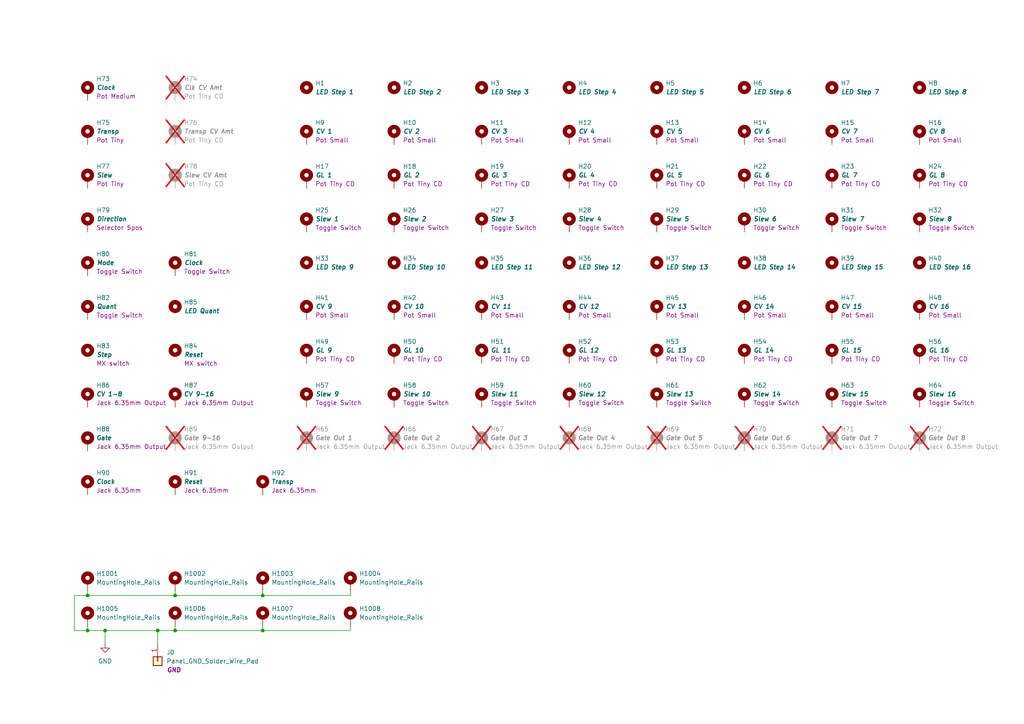
<source format=kicad_sch>
(kicad_sch (version 20250114) (generator "eeschema") (generator_version "9.0")
  (paper "A4")
  (title_block (title "Kosmo Format Front Panel - 30 cm") (company "DMH Instruments"))
  (lib_symbols
    (symbol "Mechanical:MountingHole" (pin_names (offset 1.016)) (in_bom no)
      (property "Reference" "H" (at 0 5.08 0))
      (property "Value" "MountingHole" (at 0 3.175 0))
      (symbol "MountingHole_0_1"
        (circle (center 0 0) (radius 1.27) (stroke (width 1.27)))
      )
    )
    (symbol "MountingHole_Pot_1" (pin_numbers (hide yes)) (pin_names (offset 1.016) (hide yes)) (exclude_from_sim yes)
      (property "Reference" "H" (at 0 6.35 0))
      (property "Value" "Function" (at 0 4.445 0))
      (property "Description" "Pot Mounting Hole" (at 0 0 0))
      (symbol "MountingHole_Pot_1_0_1"
        (circle (center 0 1.27) (radius 1.27) (stroke (width 1.27)))
      )
      (symbol "MountingHole_Pot_1_1_1"
        (pin input line (at 0 -2.54 90) (length 2.54) (name "1") (number "1"))
      )
    )
    (symbol "SynthStuff:MountingHole_Jack6.35mm_Output_v2" (pin_numbers (hide yes)) (pin_names (offset 1.016) (hide yes)) (exclude_from_sim yes) (in_bom no)
      (property "Reference" "H" (at 0 5.08 0))
      (property "Value" "SIGNAL NAME" (at 0 3.175 0))
      (property "Description" "Jack 6.35mm Output" (at 0.254 -3.302 0))
      (symbol "MountingHole_Jack6.35mm_Output_v2_0_1"
        (circle (center 0 0) (radius 1.27) (stroke (width 1.27)))
      )
      (symbol "MountingHole_Jack6.35mm_Output_v2_1_1"
        (pin input line (at -3.81 0 0) (length 2.54) (name "1") (number "1"))
      )
    )
    (symbol "SynthStuff:MountingHole_Jack6.35mm_v2" (pin_numbers (hide yes)) (pin_names (offset 1.016) (hide yes)) (exclude_from_sim yes) (in_bom no)
      (property "Reference" "H" (at 0 5.08 0))
      (property "Value" "SIGNAL NAME" (at 0 3.175 0))
      (property "Description" "Jack 6.35mm" (at 0 -3.048 0))
      (symbol "MountingHole_Jack6.35mm_v2_0_1"
        (circle (center 0 0) (radius 1.27) (stroke (width 1.27)))
      )
      (symbol "MountingHole_Jack6.35mm_v2_1_1"
        (pin input line (at -3.81 0 0) (length 2.54) (name "1") (number "1"))
      )
    )
    (symbol "SynthStuff:MountingHole_Pot" (pin_numbers (hide yes)) (pin_names (offset 1.016) (hide yes)) (exclude_from_sim yes)
      (property "Reference" "H" (at 0 6.35 0))
      (property "Value" "Function" (at 0 4.445 0))
      (property "Description" "Pot Mounting Hole" (at 0 0 0))
      (symbol "MountingHole_Pot_0_1"
        (circle (center 0 1.27) (radius 1.27) (stroke (width 1.27)))
      )
      (symbol "MountingHole_Pot_1_1"
        (pin input line (at 0 -2.54 90) (length 2.54) (name "1") (number "1"))
      )
    )
    (symbol "SynthStuff:MountingHole_Rails" (pin_numbers (hide yes)) (pin_names (offset 1.016) (hide yes)) (exclude_from_sim yes) (in_bom no)
      (property "Reference" "H" (at 0 6.35 0))
      (property "Value" "MountingHole_Rails" (at 0 4.445 0))
      (symbol "MountingHole_Rails_0_1"
        (circle (center 0 1.27) (radius 1.27) (stroke (width 1.27)))
      )
      (symbol "MountingHole_Rails_1_1"
        (pin input line (at 0 -2.54 90) (length 2.54) (name "1") (number "1"))
      )
    )
    (symbol "SynthStuff:MountingHole_ToggleSwitch" (pin_numbers (hide yes)) (pin_names (offset 1.016) (hide yes)) (exclude_from_sim yes) (in_bom no)
      (property "Reference" "H" (at 0 5.08 0))
      (property "Value" "Function" (at 0 3.175 0))
      (property "Description" "Toggle Switch Mounting Hole" (at 0 0 0))
      (symbol "MountingHole_ToggleSwitch_0_1"
        (circle (center 0 0) (radius 1.27) (stroke (width 1.27)))
      )
      (symbol "MountingHole_ToggleSwitch_1_1"
        (pin input line (at 0 -3.81 90) (length 2.54) (name "1") (number "1"))
      )
    )
    (symbol "SynthStuff:Panel_GND_Solder_Wire_Pad" (pin_names (offset 1.016) (hide yes)) (in_bom no)
      (property "Reference" "J" (at 0 2.54 0))
      (property "Value" "Panel_GND_Solder_Wire_Pad" (at 0 -5.08 0))
      (property "Function" "Panel GND" (at 0 -2.794 0))
      (symbol "Panel_GND_Solder_Wire_Pad_1_1"
        (rectangle (start -1.27 1.27) (end 1.27 -1.27) (stroke (width 0.254)) (fill (type background)))
        (rectangle (start -1.27 0.127) (end 0 -0.127) (stroke (width 0.1524)))
        (pin power_out line (at -5.08 0 0) (length 3.81) (name "Pin_1") (number "1"))
      )
    )
    (symbol "power:GND" (power) (pin_numbers (hide yes)) (pin_names (offset 0) (hide yes))
      (property "Value" "GND" (at 0 -3.81 0))
      (symbol "GND_0_1"
        (polyline (pts (xy 0 0) (xy 0 -1.27) (xy 1.27 -1.27) (xy 0 -2.54) (xy -1.27 -1.27) (xy 0 -1.27)))
      )
      (symbol "GND_1_1"
        (pin power_in line (at 0 0 270) (length 0) (name "~") (number "1"))
      )
    )
  )
  (junction (at 76.2 182.88))
  (junction (at 50.8 182.88))
  (junction (at 25.4 182.88))
  (junction (at 30.48 182.88))
  (junction (at 76.2 172.72))
  (junction (at 45.72 182.88))
  (junction (at 25.4 172.72))
  (junction (at 50.8 172.72))
  (wire (pts (xy 76.2 182.88) (xy 101.6 182.88)))
  (wire (pts (xy 50.8 181.61) (xy 50.8 182.88)))
  (wire (pts (xy 25.4 172.72) (xy 50.8 172.72)))
  (wire (pts (xy 25.4 182.88) (xy 25.4 181.61)))
  (wire (pts (xy 21.59 182.88) (xy 25.4 182.88)))
  (wire (pts (xy 45.72 182.88) (xy 45.72 186.69)))
  (wire (pts (xy 50.8 182.88) (xy 76.2 182.88)))
  (wire (pts (xy 21.59 172.72) (xy 25.4 172.72)))
  (wire (pts (xy 101.6 171.45) (xy 101.6 172.72)))
  (wire (pts (xy 30.48 182.88) (xy 30.48 186.69)))
  (wire (pts (xy 21.59 172.72) (xy 21.59 182.88)))
  (wire (pts (xy 50.8 171.45) (xy 50.8 172.72)))
  (wire (pts (xy 101.6 181.61) (xy 101.6 182.88)))
  (wire (pts (xy 76.2 172.72) (xy 101.6 172.72)))
  (wire (pts (xy 25.4 172.72) (xy 25.4 171.45)))
  (wire (pts (xy 50.8 172.72) (xy 76.2 172.72)))
  (wire (pts (xy 45.72 182.88) (xy 50.8 182.88)))
  (wire (pts (xy 76.2 172.72) (xy 76.2 171.45)))
  (wire (pts (xy 76.2 182.88) (xy 76.2 181.61)))
  (wire (pts (xy 25.4 182.88) (xy 30.48 182.88)))
  (wire (pts (xy 30.48 182.88) (xy 45.72 182.88)))
  (symbol (lib_id "SynthStuff:MountingHole_Pot") (at 25.4 52.07 0) (unit 1) (exclude_from_sim yes)
    (property "Reference" "H77" (at 27.94 48.2599 0) (effects (justify left)))
    (property "Value" "Slew" (at 27.94 50.8 0) (effects (font (thickness 0.254) (bold yes) (italic yes)) (justify left)))
    (property "Footprint" "SynthStuff:Pot_Cutout_Tiny" (effects (hide yes)))
    (property "Description" "Pot Tiny" (at 27.94 53.3399 0) (effects (justify left)))
  )
  (symbol (lib_id "SynthStuff:MountingHole_Pot") (at 266.7 52.07 0) (unit 1) (exclude_from_sim yes)
    (property "Reference" "H24" (at 269.24 48.2599 0) (effects (justify left)))
    (property "Value" "GL 8" (at 269.24 50.8 0) (effects (font (thickness 0.254) (bold yes) (italic yes)) (justify left)))
    (property "Footprint" "SynthStuff:Pot_Cutout_Tiny_gate_P110KH1" (effects (hide yes)))
    (property "Description" "Pot Tiny CD" (at 269.24 53.3399 0) (effects (justify left)))
  )
  (symbol (lib_id "Mechanical:MountingHole") (at 139.7 25.4 0) (unit 1) (in_bom no)
    (property "Reference" "H3" (at 142.24 24.1299 0) (effects (justify left)))
    (property "Value" "LED Step 3" (at 142.24 26.67 0) (effects (font (thickness 0.254) (bold yes) (italic yes)) (justify left)))
    (property "Footprint" "SynthStuff:MountingHole_LED_3mm_R" (effects (hide yes)))
    (property "Description" "Mounting Hole without connection" (effects (hide yes)))
  )
  (symbol (lib_id "SynthStuff:MountingHole_Pot") (at 114.3 39.37 0) (unit 1) (exclude_from_sim yes)
    (property "Reference" "H10" (at 116.84 35.5599 0) (effects (justify left)))
    (property "Value" "CV 2" (at 116.84 38.1 0) (effects (font (thickness 0.254) (bold yes) (italic yes)) (justify left)))
    (property "Footprint" "SynthStuff:Pot_Cutout_Small" (effects (hide yes)))
    (property "Description" "Pot Small" (at 116.84 40.6399 0) (effects (justify left)))
  )
  (symbol (lib_id "Mechanical:MountingHole") (at 50.8 101.6 0) (unit 1) (in_bom no)
    (property "Reference" "H84" (at 53.34 100.3299 0) (effects (justify left)))
    (property "Value" "Reset" (at 53.34 102.8699 0) (effects (font (thickness 0.254) (bold yes) (italic yes)) (justify left)))
    (property "Footprint" "SynthStuff:MX_switch_Cutout" (effects (hide yes)))
    (property "Description" "MX switch" (at 53.34 105.41 0) (effects (justify left)))
  )
  (symbol (lib_id "Mechanical:MountingHole") (at 190.5 76.2 0) (unit 1) (in_bom no)
    (property "Reference" "H37" (at 193.04 74.9299 0) (effects (justify left)))
    (property "Value" "LED Step 13" (at 193.04 77.47 0) (effects (font (thickness 0.254) (bold yes) (italic yes)) (justify left)))
    (property "Footprint" "SynthStuff:MountingHole_LED_3mm_R" (effects (hide yes)))
    (property "Description" "Mounting Hole without connection" (effects (hide yes)))
  )
  (symbol (lib_id "Mechanical:MountingHole") (at 114.3 76.2 0) (unit 1) (in_bom no)
    (property "Reference" "H34" (at 116.84 74.9299 0) (effects (justify left)))
    (property "Value" "LED Step 10" (at 116.84 77.47 0) (effects (font (thickness 0.254) (bold yes) (italic yes)) (justify left)))
    (property "Footprint" "SynthStuff:MountingHole_LED_3mm_R" (effects (hide yes)))
    (property "Description" "Mounting Hole without connection" (effects (hide yes)))
  )
  (symbol (lib_id "SynthStuff:MountingHole_Pot") (at 50.8 26.67 0) (unit 1) (exclude_from_sim yes) (in_bom no) (on_board no) (dnp yes)
    (property "Reference" "H74" (at 53.34 22.8599 0) (effects (justify left)))
    (property "Value" "Clk CV Amt" (at 53.34 25.4 0) (effects (font (thickness 0.254) (bold yes) (italic yes)) (justify left)))
    (property "Footprint" "SynthStuff:Pot_Cutout_Tiny_attv_P110KH1" (effects (hide yes)))
    (property "Description" "Pot Tiny CD" (at 53.34 27.9399 0) (effects (justify left)))
  )
  (symbol (lib_id "SynthStuff:MountingHole_Rails") (at 50.8 168.91 0) (unit 1) (in_bom no)
    (property "Reference" "H1002" (at 53.34 166.3699 0) (effects (justify left)))
    (property "Value" "MountingHole_Rails" (at 53.34 168.9099 0) (effects (justify left)))
    (property "Footprint" "SynthStuff:MountingHole_Rails" (effects (hide yes)))
    (property "Description" "Mounting Hole with connection" (effects (hide yes)))
  )
  (symbol (lib_id "SynthStuff:MountingHole_ToggleSwitch") (at 139.7 63.5 0) (unit 1) (exclude_from_sim yes) (in_bom no)
    (property "Reference" "H27" (at 142.24 60.9599 0) (effects (justify left)))
    (property "Value" "Slew 3" (at 142.24 63.5 0) (effects (font (thickness 0.254) (bold yes) (italic yes)) (justify left)))
    (property "Footprint" "SynthStuff:Toggle_Switch_TE_Cutout" (effects (hide yes)))
    (property "Description" "Toggle Switch" (at 142.24 66.0399 0) (effects (justify left)))
  )
  (symbol (lib_id "SynthStuff:MountingHole_Pot") (at 25.4 39.37 0) (unit 1) (exclude_from_sim yes)
    (property "Reference" "H75" (at 27.94 35.5599 0) (effects (justify left)))
    (property "Value" "Transp" (at 27.94 38.1 0) (effects (font (thickness 0.254) (bold yes) (italic yes)) (justify left)))
    (property "Footprint" "SynthStuff:Pot_Cutout_Tiny" (effects (hide yes)))
    (property "Description" "Pot Tiny" (at 27.94 40.6399 0) (effects (justify left)))
  )
  (symbol (lib_id "SynthStuff:MountingHole_Pot") (at 88.9 90.17 0) (unit 1) (exclude_from_sim yes)
    (property "Reference" "H41" (at 91.44 86.3599 0) (effects (justify left)))
    (property "Value" "CV 9" (at 91.44 88.9 0) (effects (font (thickness 0.254) (bold yes) (italic yes)) (justify left)))
    (property "Footprint" "SynthStuff:Pot_Cutout_Small" (effects (hide yes)))
    (property "Description" "Pot Small" (at 91.44 91.4399 0) (effects (justify left)))
  )
  (symbol (lib_id "SynthStuff:MountingHole_ToggleSwitch") (at 190.5 114.3 0) (unit 1) (exclude_from_sim yes) (in_bom no)
    (property "Reference" "H61" (at 193.04 111.7599 0) (effects (justify left)))
    (property "Value" "Slew 13" (at 193.04 114.3 0) (effects (font (thickness 0.254) (bold yes) (italic yes)) (justify left)))
    (property "Footprint" "SynthStuff:Toggle_Switch_TE_Cutout" (effects (hide yes)))
    (property "Description" "Toggle Switch" (at 193.04 116.8399 0) (effects (justify left)))
  )
  (symbol (lib_name "MountingHole_Pot_1") (lib_id "SynthStuff:MountingHole_Pot") (at 25.4 64.77 0) (unit 1) (exclude_from_sim yes)
    (property "Reference" "H79" (at 27.94 60.9599 0) (effects (justify left)))
    (property "Value" "Direction" (at 27.94 63.5 0) (effects (font (thickness 0.254) (bold yes) (italic yes)) (justify left)))
    (property "Footprint" "SynthStuff:Selector_Cutout_5pos" (effects (hide yes)))
    (property "Description" "Selector 5pos" (at 27.94 66.0399 0) (effects (justify left)))
  )
  (symbol (lib_id "Mechanical:MountingHole") (at 165.1 25.4 0) (unit 1) (in_bom no)
    (property "Reference" "H4" (at 167.64 24.1299 0) (effects (justify left)))
    (property "Value" "LED Step 4" (at 167.64 26.67 0) (effects (font (thickness 0.254) (bold yes) (italic yes)) (justify left)))
    (property "Footprint" "SynthStuff:MountingHole_LED_3mm_R" (effects (hide yes)))
    (property "Description" "Mounting Hole without connection" (effects (hide yes)))
  )
  (symbol (lib_id "SynthStuff:MountingHole_Pot") (at 241.3 90.17 0) (unit 1) (exclude_from_sim yes)
    (property "Reference" "H47" (at 243.84 86.3599 0) (effects (justify left)))
    (property "Value" "CV 15" (at 243.84 88.9 0) (effects (font (thickness 0.254) (bold yes) (italic yes)) (justify left)))
    (property "Footprint" "SynthStuff:Pot_Cutout_Small" (effects (hide yes)))
    (property "Description" "Pot Small" (at 243.84 91.4399 0) (effects (justify left)))
  )
  (symbol (lib_id "SynthStuff:MountingHole_ToggleSwitch") (at 215.9 114.3 0) (unit 1) (exclude_from_sim yes) (in_bom no)
    (property "Reference" "H62" (at 218.44 111.7599 0) (effects (justify left)))
    (property "Value" "Slew 14" (at 218.44 114.3 0) (effects (font (thickness 0.254) (bold yes) (italic yes)) (justify left)))
    (property "Footprint" "SynthStuff:Toggle_Switch_TE_Cutout" (effects (hide yes)))
    (property "Description" "Toggle Switch" (at 218.44 116.8399 0) (effects (justify left)))
  )
  (symbol (lib_id "Mechanical:MountingHole") (at 139.7 76.2 0) (unit 1) (in_bom no)
    (property "Reference" "H35" (at 142.24 74.9299 0) (effects (justify left)))
    (property "Value" "LED Step 11" (at 142.24 77.47 0) (effects (font (thickness 0.254) (bold yes) (italic yes)) (justify left)))
    (property "Footprint" "SynthStuff:MountingHole_LED_3mm_R" (effects (hide yes)))
    (property "Description" "Mounting Hole without connection" (effects (hide yes)))
  )
  (symbol (lib_id "SynthStuff:MountingHole_Pot") (at 215.9 102.87 0) (unit 1) (exclude_from_sim yes)
    (property "Reference" "H54" (at 218.44 99.0599 0) (effects (justify left)))
    (property "Value" "GL 14" (at 218.44 101.6 0) (effects (font (thickness 0.254) (bold yes) (italic yes)) (justify left)))
    (property "Footprint" "SynthStuff:Pot_Cutout_Tiny_gate_P110KH1" (effects (hide yes)))
    (property "Description" "Pot Tiny CD" (at 218.44 104.1399 0) (effects (justify left)))
  )
  (symbol (lib_id "SynthStuff:MountingHole_Jack6.35mm_Output_v2") (at 25.4 127 90) (unit 1) (exclude_from_sim yes) (in_bom no)
    (property "Reference" "H88" (at 27.94 124.4599 90) (effects (justify right)))
    (property "Value" "Gate" (at 27.94 127 90) (effects (font (thickness 0.254) (bold yes) (italic yes)) (justify right)))
    (property "Footprint" "SynthStuff:Jack_6.35mm_Cutout_Output_v6" (effects (hide yes)))
    (property "Description" "Jack 6.35mm Output" (at 27.94 129.5399 90) (effects (justify right)))
  )
  (symbol (lib_id "Mechanical:MountingHole") (at 241.3 76.2 0) (unit 1) (in_bom no)
    (property "Reference" "H39" (at 243.84 74.9299 0) (effects (justify left)))
    (property "Value" "LED Step 15" (at 243.84 77.47 0) (effects (font (thickness 0.254) (bold yes) (italic yes)) (justify left)))
    (property "Footprint" "SynthStuff:MountingHole_LED_3mm_R" (effects (hide yes)))
    (property "Description" "Mounting Hole without connection" (effects (hide yes)))
  )
  (symbol (lib_id "SynthStuff:MountingHole_Jack6.35mm_Output_v2") (at 215.9 127 90) (unit 1) (exclude_from_sim yes) (in_bom no) (on_board no) (dnp yes)
    (property "Reference" "H70" (at 218.44 124.4599 90) (effects (justify right)))
    (property "Value" "Gate Out 6" (at 218.44 127 90) (effects (font (thickness 0.254) (bold yes) (italic yes)) (justify right)))
    (property "Footprint" "SynthStuff:Jack_6.35mm_Cutout_Output_v6" (effects (hide yes)))
    (property "Description" "Jack 6.35mm Output" (at 218.44 129.5399 90) (effects (justify right)))
  )
  (symbol (lib_id "Mechanical:MountingHole") (at 266.7 76.2 0) (unit 1) (in_bom no)
    (property "Reference" "H40" (at 269.24 74.9299 0) (effects (justify left)))
    (property "Value" "LED Step 16" (at 269.24 77.47 0) (effects (font (thickness 0.254) (bold yes) (italic yes)) (justify left)))
    (property "Footprint" "SynthStuff:MountingHole_LED_3mm_R" (effects (hide yes)))
    (property "Description" "Mounting Hole without connection" (effects (hide yes)))
  )
  (symbol (lib_id "SynthStuff:MountingHole_Jack6.35mm_v2") (at 50.8 139.7 90) (unit 1) (exclude_from_sim yes) (in_bom no)
    (property "Reference" "H91" (at 53.34 137.1599 90) (effects (justify right)))
    (property "Value" "Reset" (at 53.34 139.7 90) (effects (font (thickness 0.254) (bold yes) (italic yes)) (justify right)))
    (property "Footprint" "SynthStuff:Jack_6.35mm_Cutout_v3" (effects (hide yes)))
    (property "Description" "Jack 6.35mm" (at 53.34 142.2399 90) (effects (justify right)))
  )
  (symbol (lib_id "SynthStuff:MountingHole_Pot") (at 241.3 52.07 0) (unit 1) (exclude_from_sim yes)
    (property "Reference" "H23" (at 243.84 48.2599 0) (effects (justify left)))
    (property "Value" "GL 7" (at 243.84 50.8 0) (effects (font (thickness 0.254) (bold yes) (italic yes)) (justify left)))
    (property "Footprint" "SynthStuff:Pot_Cutout_Tiny_gate_P110KH1" (effects (hide yes)))
    (property "Description" "Pot Tiny CD" (at 243.84 53.3399 0) (effects (justify left)))
  )
  (symbol (lib_id "SynthStuff:MountingHole_Pot") (at 190.5 52.07 0) (unit 1) (exclude_from_sim yes)
    (property "Reference" "H21" (at 193.04 48.2599 0) (effects (justify left)))
    (property "Value" "GL 5" (at 193.04 50.8 0) (effects (font (thickness 0.254) (bold yes) (italic yes)) (justify left)))
    (property "Footprint" "SynthStuff:Pot_Cutout_Tiny_gate_P110KH1" (effects (hide yes)))
    (property "Description" "Pot Tiny CD" (at 193.04 53.3399 0) (effects (justify left)))
  )
  (symbol (lib_id "SynthStuff:MountingHole_Pot") (at 215.9 39.37 0) (unit 1) (exclude_from_sim yes)
    (property "Reference" "H14" (at 218.44 35.5599 0) (effects (justify left)))
    (property "Value" "CV 6" (at 218.44 38.1 0) (effects (font (thickness 0.254) (bold yes) (italic yes)) (justify left)))
    (property "Footprint" "SynthStuff:Pot_Cutout_Small" (effects (hide yes)))
    (property "Description" "Pot Small" (at 218.44 40.6399 0) (effects (justify left)))
  )
  (symbol (lib_id "SynthStuff:MountingHole_ToggleSwitch") (at 50.8 76.2 0) (unit 1) (exclude_from_sim yes) (in_bom no)
    (property "Reference" "H81" (at 53.34 73.6599 0) (effects (justify left)))
    (property "Value" "Clock" (at 53.34 76.2 0) (effects (font (thickness 0.254) (bold yes) (italic yes)) (justify left)))
    (property "Footprint" "SynthStuff:Toggle_Switch_TE_Cutout" (effects (hide yes)))
    (property "Description" "Toggle Switch" (at 53.34 78.7399 0) (effects (justify left)))
  )
  (symbol (lib_id "SynthStuff:MountingHole_Pot") (at 114.3 90.17 0) (unit 1) (exclude_from_sim yes)
    (property "Reference" "H42" (at 116.84 86.3599 0) (effects (justify left)))
    (property "Value" "CV 10" (at 116.84 88.9 0) (effects (font (thickness 0.254) (bold yes) (italic yes)) (justify left)))
    (property "Footprint" "SynthStuff:Pot_Cutout_Small" (effects (hide yes)))
    (property "Description" "Pot Small" (at 116.84 91.4399 0) (effects (justify left)))
  )
  (symbol (lib_id "SynthStuff:MountingHole_Pot") (at 165.1 90.17 0) (unit 1) (exclude_from_sim yes)
    (property "Reference" "H44" (at 167.64 86.3599 0) (effects (justify left)))
    (property "Value" "CV 12" (at 167.64 88.9 0) (effects (font (thickness 0.254) (bold yes) (italic yes)) (justify left)))
    (property "Footprint" "SynthStuff:Pot_Cutout_Small" (effects (hide yes)))
    (property "Description" "Pot Small" (at 167.64 91.4399 0) (effects (justify left)))
  )
  (symbol (lib_id "SynthStuff:MountingHole_ToggleSwitch") (at 266.7 114.3 0) (unit 1) (exclude_from_sim yes) (in_bom no)
    (property "Reference" "H64" (at 269.24 111.7599 0) (effects (justify left)))
    (property "Value" "Slew 16" (at 269.24 114.3 0) (effects (font (thickness 0.254) (bold yes) (italic yes)) (justify left)))
    (property "Footprint" "SynthStuff:Toggle_Switch_TE_Cutout" (effects (hide yes)))
    (property "Description" "Toggle Switch" (at 269.24 116.8399 0) (effects (justify left)))
  )
  (symbol (lib_id "SynthStuff:MountingHole_Pot") (at 190.5 90.17 0) (unit 1) (exclude_from_sim yes)
    (property "Reference" "H45" (at 193.04 86.3599 0) (effects (justify left)))
    (property "Value" "CV 13" (at 193.04 88.9 0) (effects (font (thickness 0.254) (bold yes) (italic yes)) (justify left)))
    (property "Footprint" "SynthStuff:Pot_Cutout_Small" (effects (hide yes)))
    (property "Description" "Pot Small" (at 193.04 91.4399 0) (effects (justify left)))
  )
  (symbol (lib_id "SynthStuff:MountingHole_Rails") (at 76.2 179.07 0) (unit 1) (in_bom no)
    (property "Reference" "H1007" (at 78.74 176.5299 0) (effects (justify left)))
    (property "Value" "MountingHole_Rails" (at 78.74 179.0699 0) (effects (justify left)))
    (property "Footprint" "SynthStuff:MountingHole_Rails" (effects (hide yes)))
    (property "Description" "Mounting Hole with connection" (effects (hide yes)))
  )
  (symbol (lib_id "SynthStuff:MountingHole_Pot") (at 241.3 39.37 0) (unit 1) (exclude_from_sim yes)
    (property "Reference" "H15" (at 243.84 35.5599 0) (effects (justify left)))
    (property "Value" "CV 7" (at 243.84 38.1 0) (effects (font (thickness 0.254) (bold yes) (italic yes)) (justify left)))
    (property "Footprint" "SynthStuff:Pot_Cutout_Small" (effects (hide yes)))
    (property "Description" "Pot Small" (at 243.84 40.6399 0) (effects (justify left)))
  )
  (symbol (lib_id "SynthStuff:MountingHole_Jack6.35mm_Output_v2") (at 50.8 127 90) (unit 1) (exclude_from_sim yes) (in_bom no) (on_board no) (dnp yes)
    (property "Reference" "H89" (at 53.34 124.4599 90) (effects (justify right)))
    (property "Value" "Gate 9-16" (at 53.34 127 90) (effects (font (thickness 0.254) (bold yes) (italic yes)) (justify right)))
    (property "Footprint" "SynthStuff:Jack_6.35mm_Cutout_Output_v6" (effects (hide yes)))
    (property "Description" "Jack 6.35mm Output" (at 53.34 129.5399 90) (effects (justify right)))
  )
  (symbol (lib_id "SynthStuff:MountingHole_Rails") (at 101.6 179.07 0) (unit 1) (in_bom no)
    (property "Reference" "H1008" (at 104.14 176.5299 0) (effects (justify left)))
    (property "Value" "MountingHole_Rails" (at 104.14 179.0699 0) (effects (justify left)))
    (property "Footprint" "SynthStuff:MountingHole_Rails" (effects (hide yes)))
    (property "Description" "Mounting Hole with connection" (effects (hide yes)))
  )
  (symbol (lib_id "SynthStuff:MountingHole_Pot") (at 25.4 26.67 0) (unit 1) (exclude_from_sim yes)
    (property "Reference" "H73" (at 27.94 22.8599 0) (effects (justify left)))
    (property "Value" "Clock" (at 27.94 25.4 0) (effects (font (thickness 0.254) (bold yes) (italic yes)) (justify left)))
    (property "Footprint" "SynthStuff:Pot_Cutout_Medium_v2" (effects (hide yes)))
    (property "Description" "Pot Medium" (at 27.94 27.9399 0) (effects (justify left)))
  )
  (symbol (lib_id "power:GND") (at 30.48 186.69 0) (unit 1)
    (property "Reference" "#PWR01" (effects (hide yes)))
    (property "Value" "GND" (at 30.48 191.77 0))
    (property "Description" "Power symbol creates a global label with name \"GND\" , ground" (effects (hide yes)))
  )
  (symbol (lib_id "SynthStuff:MountingHole_Jack6.35mm_Output_v2") (at 266.7 127 90) (unit 1) (exclude_from_sim yes) (in_bom no) (on_board no) (dnp yes)
    (property "Reference" "H72" (at 269.24 124.4599 90) (effects (justify right)))
    (property "Value" "Gate Out 8" (at 269.24 127 90) (effects (font (thickness 0.254) (bold yes) (italic yes)) (justify right)))
    (property "Footprint" "SynthStuff:Jack_6.35mm_Cutout_Output_v6" (effects (hide yes)))
    (property "Description" "Jack 6.35mm Output" (at 269.24 129.5399 90) (effects (justify right)))
  )
  (symbol (lib_id "SynthStuff:MountingHole_Pot") (at 139.7 39.37 0) (unit 1) (exclude_from_sim yes)
    (property "Reference" "H11" (at 142.24 35.5599 0) (effects (justify left)))
    (property "Value" "CV 3" (at 142.24 38.1 0) (effects (font (thickness 0.254) (bold yes) (italic yes)) (justify left)))
    (property "Footprint" "SynthStuff:Pot_Cutout_Small" (effects (hide yes)))
    (property "Description" "Pot Small" (at 142.24 40.6399 0) (effects (justify left)))
  )
  (symbol (lib_id "SynthStuff:MountingHole_ToggleSwitch") (at 215.9 63.5 0) (unit 1) (exclude_from_sim yes) (in_bom no)
    (property "Reference" "H30" (at 218.44 60.9599 0) (effects (justify left)))
    (property "Value" "Slew 6" (at 218.44 63.5 0) (effects (font (thickness 0.254) (bold yes) (italic yes)) (justify left)))
    (property "Footprint" "SynthStuff:Toggle_Switch_TE_Cutout" (effects (hide yes)))
    (property "Description" "Toggle Switch" (at 218.44 66.0399 0) (effects (justify left)))
  )
  (symbol (lib_id "SynthStuff:MountingHole_Pot") (at 266.7 39.37 0) (unit 1) (exclude_from_sim yes)
    (property "Reference" "H16" (at 269.24 35.5599 0) (effects (justify left)))
    (property "Value" "CV 8" (at 269.24 38.1 0) (effects (font (thickness 0.254) (bold yes) (italic yes)) (justify left)))
    (property "Footprint" "SynthStuff:Pot_Cutout_Small" (effects (hide yes)))
    (property "Description" "Pot Small" (at 269.24 40.6399 0) (effects (justify left)))
  )
  (symbol (lib_id "SynthStuff:MountingHole_ToggleSwitch") (at 88.9 63.5 0) (unit 1) (exclude_from_sim yes) (in_bom no)
    (property "Reference" "H25" (at 91.44 60.9599 0) (effects (justify left)))
    (property "Value" "Slew 1" (at 91.44 63.5 0) (effects (font (thickness 0.254) (bold yes) (italic yes)) (justify left)))
    (property "Footprint" "SynthStuff:Toggle_Switch_TE_Cutout" (effects (hide yes)))
    (property "Description" "Toggle Switch" (at 91.44 66.0399 0) (effects (justify left)))
  )
  (symbol (lib_id "SynthStuff:MountingHole_ToggleSwitch") (at 25.4 88.9 0) (unit 1) (exclude_from_sim yes) (in_bom no)
    (property "Reference" "H82" (at 27.94 86.3599 0) (effects (justify left)))
    (property "Value" "Quant" (at 27.94 88.9 0) (effects (font (thickness 0.254) (bold yes) (italic yes)) (justify left)))
    (property "Footprint" "SynthStuff:Toggle_Switch_TE_Cutout" (effects (hide yes)))
    (property "Description" "Toggle Switch" (at 27.94 91.4399 0) (effects (justify left)))
  )
  (symbol (lib_id "SynthStuff:MountingHole_Jack6.35mm_Output_v2") (at 241.3 127 90) (unit 1) (exclude_from_sim yes) (in_bom no) (on_board no) (dnp yes)
    (property "Reference" "H71" (at 243.84 124.4599 90) (effects (justify right)))
    (property "Value" "Gate Out 7" (at 243.84 127 90) (effects (font (thickness 0.254) (bold yes) (italic yes)) (justify right)))
    (property "Footprint" "SynthStuff:Jack_6.35mm_Cutout_Output_v6" (effects (hide yes)))
    (property "Description" "Jack 6.35mm Output" (at 243.84 129.5399 90) (effects (justify right)))
  )
  (symbol (lib_id "SynthStuff:MountingHole_ToggleSwitch") (at 241.3 63.5 0) (unit 1) (exclude_from_sim yes) (in_bom no)
    (property "Reference" "H31" (at 243.84 60.9599 0) (effects (justify left)))
    (property "Value" "Slew 7" (at 243.84 63.5 0) (effects (font (thickness 0.254) (bold yes) (italic yes)) (justify left)))
    (property "Footprint" "SynthStuff:Toggle_Switch_TE_Cutout" (effects (hide yes)))
    (property "Description" "Toggle Switch" (at 243.84 66.0399 0) (effects (justify left)))
  )
  (symbol (lib_id "SynthStuff:MountingHole_Pot") (at 190.5 39.37 0) (unit 1) (exclude_from_sim yes)
    (property "Reference" "H13" (at 193.04 35.5599 0) (effects (justify left)))
    (property "Value" "CV 5" (at 193.04 38.1 0) (effects (font (thickness 0.254) (bold yes) (italic yes)) (justify left)))
    (property "Footprint" "SynthStuff:Pot_Cutout_Small" (effects (hide yes)))
    (property "Description" "Pot Small" (at 193.04 40.6399 0) (effects (justify left)))
  )
  (symbol (lib_id "SynthStuff:MountingHole_Pot") (at 50.8 52.07 0) (unit 1) (exclude_from_sim yes) (in_bom no) (on_board no) (dnp yes)
    (property "Reference" "H78" (at 53.34 48.2599 0) (effects (justify left)))
    (property "Value" "Slew CV Amt" (at 53.34 50.8 0) (effects (font (thickness 0.254) (bold yes) (italic yes)) (justify left)))
    (property "Footprint" "SynthStuff:Pot_Cutout_Tiny_attv_P110KH1" (effects (hide yes)))
    (property "Description" "Pot Tiny CD" (at 53.34 53.3399 0) (effects (justify left)))
  )
  (symbol (lib_id "SynthStuff:MountingHole_ToggleSwitch") (at 114.3 114.3 0) (unit 1) (exclude_from_sim yes) (in_bom no)
    (property "Reference" "H58" (at 116.84 111.7599 0) (effects (justify left)))
    (property "Value" "Slew 10" (at 116.84 114.3 0) (effects (font (thickness 0.254) (bold yes) (italic yes)) (justify left)))
    (property "Footprint" "SynthStuff:Toggle_Switch_TE_Cutout" (effects (hide yes)))
    (property "Description" "Toggle Switch" (at 116.84 116.8399 0) (effects (justify left)))
  )
  (symbol (lib_id "SynthStuff:MountingHole_Jack6.35mm_Output_v2") (at 190.5 127 90) (unit 1) (exclude_from_sim yes) (in_bom no) (on_board no) (dnp yes)
    (property "Reference" "H69" (at 193.04 124.4599 90) (effects (justify right)))
    (property "Value" "Gate Out 5" (at 193.04 127 90) (effects (font (thickness 0.254) (bold yes) (italic yes)) (justify right)))
    (property "Footprint" "SynthStuff:Jack_6.35mm_Cutout_Output_v6" (effects (hide yes)))
    (property "Description" "Jack 6.35mm Output" (at 193.04 129.5399 90) (effects (justify right)))
  )
  (symbol (lib_id "SynthStuff:MountingHole_Pot") (at 50.8 39.37 0) (unit 1) (exclude_from_sim yes) (in_bom no) (on_board no) (dnp yes)
    (property "Reference" "H76" (at 53.34 35.5599 0) (effects (justify left)))
    (property "Value" "Transp CV Amt" (at 53.34 38.1 0) (effects (font (thickness 0.254) (bold yes) (italic yes)) (justify left)))
    (property "Footprint" "SynthStuff:Pot_Cutout_Tiny_attv_P110KH1" (effects (hide yes)))
    (property "Description" "Pot Tiny CD" (at 53.34 40.6399 0) (effects (justify left)))
  )
  (symbol (lib_id "SynthStuff:MountingHole_Jack6.35mm_Output_v2") (at 165.1 127 90) (unit 1) (exclude_from_sim yes) (in_bom no) (on_board no) (dnp yes)
    (property "Reference" "H68" (at 167.64 124.4599 90) (effects (justify right)))
    (property "Value" "Gate Out 4" (at 167.64 127 90) (effects (font (thickness 0.254) (bold yes) (italic yes)) (justify right)))
    (property "Footprint" "SynthStuff:Jack_6.35mm_Cutout_Output_v6" (effects (hide yes)))
    (property "Description" "Jack 6.35mm Output" (at 167.64 129.5399 90) (effects (justify right)))
  )
  (symbol (lib_id "Mechanical:MountingHole") (at 165.1 76.2 0) (unit 1) (in_bom no)
    (property "Reference" "H36" (at 167.64 74.9299 0) (effects (justify left)))
    (property "Value" "LED Step 12" (at 167.64 77.47 0) (effects (font (thickness 0.254) (bold yes) (italic yes)) (justify left)))
    (property "Footprint" "SynthStuff:MountingHole_LED_3mm_R" (effects (hide yes)))
    (property "Description" "Mounting Hole without connection" (effects (hide yes)))
  )
  (symbol (lib_id "SynthStuff:MountingHole_Pot") (at 139.7 90.17 0) (unit 1) (exclude_from_sim yes)
    (property "Reference" "H43" (at 142.24 86.3599 0) (effects (justify left)))
    (property "Value" "CV 11" (at 142.24 88.9 0) (effects (font (thickness 0.254) (bold yes) (italic yes)) (justify left)))
    (property "Footprint" "SynthStuff:Pot_Cutout_Small" (effects (hide yes)))
    (property "Description" "Pot Small" (at 142.24 91.4399 0) (effects (justify left)))
  )
  (symbol (lib_id "SynthStuff:MountingHole_Jack6.35mm_v2") (at 25.4 139.7 90) (unit 1) (exclude_from_sim yes) (in_bom no)
    (property "Reference" "H90" (at 27.94 137.1599 90) (effects (justify right)))
    (property "Value" "Clock" (at 27.94 139.7 90) (effects (font (thickness 0.254) (bold yes) (italic yes)) (justify right)))
    (property "Footprint" "SynthStuff:Jack_6.35mm_Cutout_v3" (effects (hide yes)))
    (property "Description" "Jack 6.35mm" (at 27.94 142.2399 90) (effects (justify right)))
  )
  (symbol (lib_id "SynthStuff:MountingHole_ToggleSwitch") (at 266.7 63.5 0) (unit 1) (exclude_from_sim yes) (in_bom no)
    (property "Reference" "H32" (at 269.24 60.9599 0) (effects (justify left)))
    (property "Value" "Slew 8" (at 269.24 63.5 0) (effects (font (thickness 0.254) (bold yes) (italic yes)) (justify left)))
    (property "Footprint" "SynthStuff:Toggle_Switch_TE_Cutout" (effects (hide yes)))
    (property "Description" "Toggle Switch" (at 269.24 66.0399 0) (effects (justify left)))
  )
  (symbol (lib_id "SynthStuff:MountingHole_Pot") (at 139.7 52.07 0) (unit 1) (exclude_from_sim yes)
    (property "Reference" "H19" (at 142.24 48.2599 0) (effects (justify left)))
    (property "Value" "GL 3" (at 142.24 50.8 0) (effects (font (thickness 0.254) (bold yes) (italic yes)) (justify left)))
    (property "Footprint" "SynthStuff:Pot_Cutout_Tiny_gate_P110KH1" (effects (hide yes)))
    (property "Description" "Pot Tiny CD" (at 142.24 53.3399 0) (effects (justify left)))
  )
  (symbol (lib_id "SynthStuff:MountingHole_Pot") (at 215.9 90.17 0) (unit 1) (exclude_from_sim yes)
    (property "Reference" "H46" (at 218.44 86.3599 0) (effects (justify left)))
    (property "Value" "CV 14" (at 218.44 88.9 0) (effects (font (thickness 0.254) (bold yes) (italic yes)) (justify left)))
    (property "Footprint" "SynthStuff:Pot_Cutout_Small" (effects (hide yes)))
    (property "Description" "Pot Small" (at 218.44 91.4399 0) (effects (justify left)))
  )
  (symbol (lib_id "SynthStuff:MountingHole_Jack6.35mm_Output_v2") (at 139.7 127 90) (unit 1) (exclude_from_sim yes) (in_bom no) (on_board no) (dnp yes)
    (property "Reference" "H67" (at 142.24 124.4599 90) (effects (justify right)))
    (property "Value" "Gate Out 3" (at 142.24 127 90) (effects (font (thickness 0.254) (bold yes) (italic yes)) (justify right)))
    (property "Footprint" "SynthStuff:Jack_6.35mm_Cutout_Output_v6" (effects (hide yes)))
    (property "Description" "Jack 6.35mm Output" (at 142.24 129.5399 90) (effects (justify right)))
  )
  (symbol (lib_id "SynthStuff:MountingHole_Jack6.35mm_Output_v2") (at 88.9 127 90) (unit 1) (exclude_from_sim yes) (in_bom no) (on_board no) (dnp yes)
    (property "Reference" "H65" (at 91.44 124.4599 90) (effects (justify right)))
    (property "Value" "Gate Out 1" (at 91.44 127 90) (effects (font (thickness 0.254) (bold yes) (italic yes)) (justify right)))
    (property "Footprint" "SynthStuff:Jack_6.35mm_Cutout_Output_v6" (effects (hide yes)))
    (property "Description" "Jack 6.35mm Output" (at 91.44 129.5399 90) (effects (justify right)))
  )
  (symbol (lib_id "SynthStuff:MountingHole_Pot") (at 165.1 102.87 0) (unit 1) (exclude_from_sim yes)
    (property "Reference" "H52" (at 167.64 99.0599 0) (effects (justify left)))
    (property "Value" "GL 12" (at 167.64 101.6 0) (effects (font (thickness 0.254) (bold yes) (italic yes)) (justify left)))
    (property "Footprint" "SynthStuff:Pot_Cutout_Tiny_gate_P110KH1" (effects (hide yes)))
    (property "Description" "Pot Tiny CD" (at 167.64 104.1399 0) (effects (justify left)))
  )
  (symbol (lib_id "SynthStuff:MountingHole_Pot") (at 114.3 102.87 0) (unit 1) (exclude_from_sim yes)
    (property "Reference" "H50" (at 116.84 99.0599 0) (effects (justify left)))
    (property "Value" "GL 10" (at 116.84 101.6 0) (effects (font (thickness 0.254) (bold yes) (italic yes)) (justify left)))
    (property "Footprint" "SynthStuff:Pot_Cutout_Tiny_gate_P110KH1" (effects (hide yes)))
    (property "Description" "Pot Tiny CD" (at 116.84 104.1399 0) (effects (justify left)))
  )
  (symbol (lib_id "SynthStuff:MountingHole_Rails") (at 25.4 179.07 0) (unit 1) (in_bom no)
    (property "Reference" "H1005" (at 27.94 176.5299 0) (effects (justify left)))
    (property "Value" "MountingHole_Rails" (at 27.94 179.0699 0) (effects (justify left)))
    (property "Footprint" "SynthStuff:MountingHole_Rails" (effects (hide yes)))
    (property "Description" "Mounting Hole with connection" (effects (hide yes)))
  )
  (symbol (lib_id "SynthStuff:MountingHole_Pot") (at 266.7 102.87 0) (unit 1) (exclude_from_sim yes)
    (property "Reference" "H56" (at 269.24 99.0599 0) (effects (justify left)))
    (property "Value" "GL 16" (at 269.24 101.6 0) (effects (font (thickness 0.254) (bold yes) (italic yes)) (justify left)))
    (property "Footprint" "SynthStuff:Pot_Cutout_Tiny_gate_P110KH1" (effects (hide yes)))
    (property "Description" "Pot Tiny CD" (at 269.24 104.1399 0) (effects (justify left)))
  )
  (symbol (lib_id "SynthStuff:MountingHole_ToggleSwitch") (at 165.1 114.3 0) (unit 1) (exclude_from_sim yes) (in_bom no)
    (property "Reference" "H60" (at 167.64 111.7599 0) (effects (justify left)))
    (property "Value" "Slew 12" (at 167.64 114.3 0) (effects (font (thickness 0.254) (bold yes) (italic yes)) (justify left)))
    (property "Footprint" "SynthStuff:Toggle_Switch_TE_Cutout" (effects (hide yes)))
    (property "Description" "Toggle Switch" (at 167.64 116.8399 0) (effects (justify left)))
  )
  (symbol (lib_id "SynthStuff:MountingHole_Rails") (at 101.6 168.91 0) (unit 1) (in_bom no)
    (property "Reference" "H1004" (at 104.14 166.3699 0) (effects (justify left)))
    (property "Value" "MountingHole_Rails" (at 104.14 168.9099 0) (effects (justify left)))
    (property "Footprint" "SynthStuff:MountingHole_Rails" (effects (hide yes)))
    (property "Description" "Mounting Hole with connection" (effects (hide yes)))
  )
  (symbol (lib_id "SynthStuff:MountingHole_Pot") (at 266.7 90.17 0) (unit 1) (exclude_from_sim yes)
    (property "Reference" "H48" (at 269.24 86.3599 0) (effects (justify left)))
    (property "Value" "CV 16" (at 269.24 88.9 0) (effects (font (thickness 0.254) (bold yes) (italic yes)) (justify left)))
    (property "Footprint" "SynthStuff:Pot_Cutout_Small" (effects (hide yes)))
    (property "Description" "Pot Small" (at 269.24 91.4399 0) (effects (justify left)))
  )
  (symbol (lib_id "SynthStuff:MountingHole_ToggleSwitch") (at 190.5 63.5 0) (unit 1) (exclude_from_sim yes) (in_bom no)
    (property "Reference" "H29" (at 193.04 60.9599 0) (effects (justify left)))
    (property "Value" "Slew 5" (at 193.04 63.5 0) (effects (font (thickness 0.254) (bold yes) (italic yes)) (justify left)))
    (property "Footprint" "SynthStuff:Toggle_Switch_TE_Cutout" (effects (hide yes)))
    (property "Description" "Toggle Switch" (at 193.04 66.0399 0) (effects (justify left)))
  )
  (symbol (lib_id "SynthStuff:MountingHole_ToggleSwitch") (at 25.4 76.2 0) (unit 1) (exclude_from_sim yes) (in_bom no)
    (property "Reference" "H80" (at 27.94 73.6599 0) (effects (justify left)))
    (property "Value" "Mode" (at 27.94 76.2 0) (effects (font (thickness 0.254) (bold yes) (italic yes)) (justify left)))
    (property "Footprint" "SynthStuff:Toggle_Switch_TE_Cutout" (effects (hide yes)))
    (property "Description" "Toggle Switch" (at 27.94 78.7399 0) (effects (justify left)))
  )
  (symbol (lib_id "SynthStuff:MountingHole_ToggleSwitch") (at 241.3 114.3 0) (unit 1) (exclude_from_sim yes) (in_bom no)
    (property "Reference" "H63" (at 243.84 111.7599 0) (effects (justify left)))
    (property "Value" "Slew 15" (at 243.84 114.3 0) (effects (font (thickness 0.254) (bold yes) (italic yes)) (justify left)))
    (property "Footprint" "SynthStuff:Toggle_Switch_TE_Cutout" (effects (hide yes)))
    (property "Description" "Toggle Switch" (at 243.84 116.8399 0) (effects (justify left)))
  )
  (symbol (lib_id "SynthStuff:MountingHole_Pot") (at 88.9 39.37 0) (unit 1) (exclude_from_sim yes)
    (property "Reference" "H9" (at 91.44 35.5599 0) (effects (justify left)))
    (property "Value" "CV 1" (at 91.44 38.1 0) (effects (font (thickness 0.254) (bold yes) (italic yes)) (justify left)))
    (property "Footprint" "SynthStuff:Pot_Cutout_Small" (effects (hide yes)))
    (property "Description" "Pot Small" (at 91.44 40.6399 0) (effects (justify left)))
  )
  (symbol (lib_id "SynthStuff:MountingHole_Rails") (at 76.2 168.91 0) (unit 1) (in_bom no)
    (property "Reference" "H1003" (at 78.74 166.3699 0) (effects (justify left)))
    (property "Value" "MountingHole_Rails" (at 78.74 168.9099 0) (effects (justify left)))
    (property "Footprint" "SynthStuff:MountingHole_Rails" (effects (hide yes)))
    (property "Description" "Mounting Hole with connection" (effects (hide yes)))
  )
  (symbol (lib_id "SynthStuff:MountingHole_Jack6.35mm_Output_v2") (at 114.3 127 90) (unit 1) (exclude_from_sim yes) (in_bom no) (on_board no) (dnp yes)
    (property "Reference" "H66" (at 116.84 124.4599 90) (effects (justify right)))
    (property "Value" "Gate Out 2" (at 116.84 127 90) (effects (font (thickness 0.254) (bold yes) (italic yes)) (justify right)))
    (property "Footprint" "SynthStuff:Jack_6.35mm_Cutout_Output_v6" (effects (hide yes)))
    (property "Description" "Jack 6.35mm Output" (at 116.84 129.5399 90) (effects (justify right)))
  )
  (symbol (lib_id "SynthStuff:MountingHole_Pot") (at 215.9 52.07 0) (unit 1) (exclude_from_sim yes)
    (property "Reference" "H22" (at 218.44 48.2599 0) (effects (justify left)))
    (property "Value" "GL 6" (at 218.44 50.8 0) (effects (font (thickness 0.254) (bold yes) (italic yes)) (justify left)))
    (property "Footprint" "SynthStuff:Pot_Cutout_Tiny_gate_P110KH1" (effects (hide yes)))
    (property "Description" "Pot Tiny CD" (at 218.44 53.3399 0) (effects (justify left)))
  )
  (symbol (lib_id "SynthStuff:MountingHole_ToggleSwitch") (at 139.7 114.3 0) (unit 1) (exclude_from_sim yes) (in_bom no)
    (property "Reference" "H59" (at 142.24 111.7599 0) (effects (justify left)))
    (property "Value" "Slew 11" (at 142.24 114.3 0) (effects (font (thickness 0.254) (bold yes) (italic yes)) (justify left)))
    (property "Footprint" "SynthStuff:Toggle_Switch_TE_Cutout" (effects (hide yes)))
    (property "Description" "Toggle Switch" (at 142.24 116.8399 0) (effects (justify left)))
  )
  (symbol (lib_id "SynthStuff:MountingHole_Pot") (at 241.3 102.87 0) (unit 1) (exclude_from_sim yes)
    (property "Reference" "H55" (at 243.84 99.0599 0) (effects (justify left)))
    (property "Value" "GL 15" (at 243.84 101.6 0) (effects (font (thickness 0.254) (bold yes) (italic yes)) (justify left)))
    (property "Footprint" "SynthStuff:Pot_Cutout_Tiny_gate_P110KH1" (effects (hide yes)))
    (property "Description" "Pot Tiny CD" (at 243.84 104.1399 0) (effects (justify left)))
  )
  (symbol (lib_id "SynthStuff:MountingHole_Pot") (at 165.1 39.37 0) (unit 1) (exclude_from_sim yes)
    (property "Reference" "H12" (at 167.64 35.5599 0) (effects (justify left)))
    (property "Value" "CV 4" (at 167.64 38.1 0) (effects (font (thickness 0.254) (bold yes) (italic yes)) (justify left)))
    (property "Footprint" "SynthStuff:Pot_Cutout_Small" (effects (hide yes)))
    (property "Description" "Pot Small" (at 167.64 40.6399 0) (effects (justify left)))
  )
  (symbol (lib_id "Mechanical:MountingHole") (at 25.4 101.6 0) (unit 1) (in_bom no)
    (property "Reference" "H83" (at 27.94 100.3299 0) (effects (justify left)))
    (property "Value" "Step" (at 27.94 102.8699 0) (effects (font (thickness 0.254) (bold yes) (italic yes)) (justify left)))
    (property "Footprint" "SynthStuff:MX_switch_Cutout" (effects (hide yes)))
    (property "Description" "MX switch" (at 27.94 105.41 0) (effects (justify left)))
  )
  (symbol (lib_id "SynthStuff:MountingHole_Pot") (at 88.9 102.87 0) (unit 1) (exclude_from_sim yes)
    (property "Reference" "H49" (at 91.44 99.0599 0) (effects (justify left)))
    (property "Value" "GL 9" (at 91.44 101.6 0) (effects (font (thickness 0.254) (bold yes) (italic yes)) (justify left)))
    (property "Footprint" "SynthStuff:Pot_Cutout_Tiny_gate_P110KH1" (effects (hide yes)))
    (property "Description" "Pot Tiny CD" (at 91.44 104.1399 0) (effects (justify left)))
  )
  (symbol (lib_id "Mechanical:MountingHole") (at 190.5 25.4 0) (unit 1) (in_bom no)
    (property "Reference" "H5" (at 193.04 24.1299 0) (effects (justify left)))
    (property "Value" "LED Step 5" (at 193.04 26.67 0) (effects (font (thickness 0.254) (bold yes) (italic yes)) (justify left)))
    (property "Footprint" "SynthStuff:MountingHole_LED_3mm_R" (effects (hide yes)))
    (property "Description" "Mounting Hole without connection" (effects (hide yes)))
  )
  (symbol (lib_id "SynthStuff:MountingHole_Jack6.35mm_v2") (at 76.2 139.7 90) (unit 1) (exclude_from_sim yes) (in_bom no)
    (property "Reference" "H92" (at 78.74 137.1599 90) (effects (justify right)))
    (property "Value" "Transp" (at 78.74 139.7 90) (effects (font (thickness 0.254) (bold yes) (italic yes)) (justify right)))
    (property "Footprint" "SynthStuff:Jack_6.35mm_Cutout_v3" (effects (hide yes)))
    (property "Description" "Jack 6.35mm" (at 78.74 142.2399 90) (effects (justify right)))
  )
  (symbol (lib_id "SynthStuff:MountingHole_Pot") (at 88.9 52.07 0) (unit 1) (exclude_from_sim yes)
    (property "Reference" "H17" (at 91.44 48.2599 0) (effects (justify left)))
    (property "Value" "GL 1" (at 91.44 50.8 0) (effects (font (thickness 0.254) (bold yes) (italic yes)) (justify left)))
    (property "Footprint" "SynthStuff:Pot_Cutout_Tiny_gate_P110KH1" (effects (hide yes)))
    (property "Description" "Pot Tiny CD" (at 91.44 53.3399 0) (effects (justify left)))
  )
  (symbol (lib_id "Mechanical:MountingHole") (at 88.9 76.2 0) (unit 1) (in_bom no)
    (property "Reference" "H33" (at 91.44 74.9299 0) (effects (justify left)))
    (property "Value" "LED Step 9" (at 91.44 77.47 0) (effects (font (thickness 0.254) (bold yes) (italic yes)) (justify left)))
    (property "Footprint" "SynthStuff:MountingHole_LED_3mm_R" (effects (hide yes)))
    (property "Description" "Mounting Hole without connection" (effects (hide yes)))
  )
  (symbol (lib_id "SynthStuff:MountingHole_Pot") (at 114.3 52.07 0) (unit 1) (exclude_from_sim yes)
    (property "Reference" "H18" (at 116.84 48.2599 0) (effects (justify left)))
    (property "Value" "GL 2" (at 116.84 50.8 0) (effects (font (thickness 0.254) (bold yes) (italic yes)) (justify left)))
    (property "Footprint" "SynthStuff:Pot_Cutout_Tiny_gate_P110KH1" (effects (hide yes)))
    (property "Description" "Pot Tiny CD" (at 116.84 53.3399 0) (effects (justify left)))
  )
  (symbol (lib_id "Mechanical:MountingHole") (at 114.3 25.4 0) (unit 1) (in_bom no)
    (property "Reference" "H2" (at 116.84 24.1299 0) (effects (justify left)))
    (property "Value" "LED Step 2" (at 116.84 26.67 0) (effects (font (thickness 0.254) (bold yes) (italic yes)) (justify left)))
    (property "Footprint" "SynthStuff:MountingHole_LED_3mm_R" (effects (hide yes)))
    (property "Description" "Mounting Hole without connection" (effects (hide yes)))
  )
  (symbol (lib_id "SynthStuff:MountingHole_Jack6.35mm_Output_v2") (at 25.4 114.3 90) (unit 1) (exclude_from_sim yes) (in_bom no)
    (property "Reference" "H86" (at 27.94 111.7599 90) (effects (justify right)))
    (property "Value" "CV 1-8" (at 27.94 114.3 90) (effects (font (thickness 0.254) (bold yes) (italic yes)) (justify right)))
    (property "Footprint" "SynthStuff:Jack_6.35mm_Cutout_Output_v6" (effects (hide yes)))
    (property "Description" "Jack 6.35mm Output" (at 27.94 116.8399 90) (effects (justify right)))
  )
  (symbol (lib_id "Mechanical:MountingHole") (at 88.9 25.4 0) (unit 1) (in_bom no)
    (property "Reference" "H1" (at 91.44 24.1299 0) (effects (justify left)))
    (property "Value" "LED Step 1" (at 91.44 26.6699 0) (effects (font (thickness 0.254) (bold yes) (italic yes)) (justify left)))
    (property "Footprint" "SynthStuff:MountingHole_LED_3mm_R" (effects (hide yes)))
    (property "Description" "Mounting Hole without connection" (effects (hide yes)))
  )
  (symbol (lib_id "SynthStuff:MountingHole_Jack6.35mm_Output_v2") (at 50.8 114.3 90) (unit 1) (exclude_from_sim yes) (in_bom no)
    (property "Reference" "H87" (at 53.34 111.7599 90) (effects (justify right)))
    (property "Value" "CV 9-16" (at 53.34 114.3 90) (effects (font (thickness 0.254) (bold yes) (italic yes)) (justify right)))
    (property "Footprint" "SynthStuff:Jack_6.35mm_Cutout_Output_v6" (effects (hide yes)))
    (property "Description" "Jack 6.35mm Output" (at 53.34 116.8399 90) (effects (justify right)))
  )
  (symbol (lib_id "Mechanical:MountingHole") (at 266.7 25.4 0) (unit 1) (in_bom no)
    (property "Reference" "H8" (at 269.24 24.1299 0) (effects (justify left)))
    (property "Value" "LED Step 8" (at 269.24 26.67 0) (effects (font (thickness 0.254) (bold yes) (italic yes)) (justify left)))
    (property "Footprint" "SynthStuff:MountingHole_LED_3mm_R" (effects (hide yes)))
    (property "Description" "Mounting Hole without connection" (effects (hide yes)))
  )
  (symbol (lib_id "SynthStuff:MountingHole_Pot") (at 139.7 102.87 0) (unit 1) (exclude_from_sim yes)
    (property "Reference" "H51" (at 142.24 99.0599 0) (effects (justify left)))
    (property "Value" "GL 11" (at 142.24 101.6 0) (effects (font (thickness 0.254) (bold yes) (italic yes)) (justify left)))
    (property "Footprint" "SynthStuff:Pot_Cutout_Tiny_gate_P110KH1" (effects (hide yes)))
    (property "Description" "Pot Tiny CD" (at 142.24 104.1399 0) (effects (justify left)))
  )
  (symbol (lib_id "Mechanical:MountingHole") (at 241.3 25.4 0) (unit 1) (in_bom no)
    (property "Reference" "H7" (at 243.84 24.1299 0) (effects (justify left)))
    (property "Value" "LED Step 7" (at 243.84 26.67 0) (effects (font (thickness 0.254) (bold yes) (italic yes)) (justify left)))
    (property "Footprint" "SynthStuff:MountingHole_LED_3mm_R" (effects (hide yes)))
    (property "Description" "Mounting Hole without connection" (effects (hide yes)))
  )
  (symbol (lib_id "Mechanical:MountingHole") (at 215.9 76.2 0) (unit 1) (in_bom no)
    (property "Reference" "H38" (at 218.44 74.9299 0) (effects (justify left)))
    (property "Value" "LED Step 14" (at 218.44 77.47 0) (effects (font (thickness 0.254) (bold yes) (italic yes)) (justify left)))
    (property "Footprint" "SynthStuff:MountingHole_LED_3mm_R" (effects (hide yes)))
    (property "Description" "Mounting Hole without connection" (effects (hide yes)))
  )
  (symbol (lib_id "SynthStuff:MountingHole_Rails") (at 50.8 179.07 0) (unit 1) (in_bom no)
    (property "Reference" "H1006" (at 53.34 176.5299 0) (effects (justify left)))
    (property "Value" "MountingHole_Rails" (at 53.34 179.0699 0) (effects (justify left)))
    (property "Footprint" "SynthStuff:MountingHole_Rails" (effects (hide yes)))
    (property "Description" "Mounting Hole with connection" (effects (hide yes)))
  )
  (symbol (lib_id "Mechanical:MountingHole") (at 50.8 88.9 0) (unit 1) (in_bom no)
    (property "Reference" "H85" (at 53.34 87.6299 0) (effects (justify left)))
    (property "Value" "LED Quant" (at 53.34 90.17 0) (effects (font (thickness 0.254) (bold yes) (italic yes)) (justify left)))
    (property "Footprint" "SynthStuff:MountingHole_LED_3mm_R" (effects (hide yes)))
    (property "Description" "Mounting Hole without connection" (effects (hide yes)))
  )
  (symbol (lib_id "SynthStuff:Panel_GND_Solder_Wire_Pad") (at 45.72 191.77 270) (unit 1) (in_bom no)
    (property "Reference" "J0" (at 48.26 189.2299 90) (effects (justify left)))
    (property "Value" "Panel_GND_Solder_Wire_Pad" (at 48.26 191.7699 90) (effects (justify left)))
    (property "Footprint" "SynthStuff:Panel_GND_SolderWirePad_5x10mm" (effects (hide yes)))
    (property "Description" "Solder pad to allow connection between PCB and Front Panel" (effects (hide yes)))
    (property "Function" "GND" (at 48.26 194.31 90) (effects (font (thickness 0.254) (bold yes) (italic yes)) (justify left)))
  )
  (symbol (lib_id "SynthStuff:MountingHole_Pot") (at 190.5 102.87 0) (unit 1) (exclude_from_sim yes)
    (property "Reference" "H53" (at 193.04 99.0599 0) (effects (justify left)))
    (property "Value" "GL 13" (at 193.04 101.6 0) (effects (font (thickness 0.254) (bold yes) (italic yes)) (justify left)))
    (property "Footprint" "SynthStuff:Pot_Cutout_Tiny_gate_P110KH1" (effects (hide yes)))
    (property "Description" "Pot Tiny CD" (at 193.04 104.1399 0) (effects (justify left)))
  )
  (symbol (lib_id "Mechanical:MountingHole") (at 215.9 25.4 0) (unit 1) (in_bom no)
    (property "Reference" "H6" (at 218.44 24.1299 0) (effects (justify left)))
    (property "Value" "LED Step 6" (at 218.44 26.67 0) (effects (font (thickness 0.254) (bold yes) (italic yes)) (justify left)))
    (property "Footprint" "SynthStuff:MountingHole_LED_3mm_R" (effects (hide yes)))
    (property "Description" "Mounting Hole without connection" (effects (hide yes)))
  )
  (symbol (lib_id "SynthStuff:MountingHole_Pot") (at 165.1 52.07 0) (unit 1) (exclude_from_sim yes)
    (property "Reference" "H20" (at 167.64 48.2599 0) (effects (justify left)))
    (property "Value" "GL 4" (at 167.64 50.8 0) (effects (font (thickness 0.254) (bold yes) (italic yes)) (justify left)))
    (property "Footprint" "SynthStuff:Pot_Cutout_Tiny_gate_P110KH1" (effects (hide yes)))
    (property "Description" "Pot Tiny CD" (at 167.64 53.3399 0) (effects (justify left)))
  )
  (symbol (lib_id "SynthStuff:MountingHole_ToggleSwitch") (at 165.1 63.5 0) (unit 1) (exclude_from_sim yes) (in_bom no)
    (property "Reference" "H28" (at 167.64 60.9599 0) (effects (justify left)))
    (property "Value" "Slew 4" (at 167.64 63.5 0) (effects (font (thickness 0.254) (bold yes) (italic yes)) (justify left)))
    (property "Footprint" "SynthStuff:Toggle_Switch_TE_Cutout" (effects (hide yes)))
    (property "Description" "Toggle Switch" (at 167.64 66.0399 0) (effects (justify left)))
  )
  (symbol (lib_id "SynthStuff:MountingHole_Rails") (at 25.4 168.91 0) (unit 1) (in_bom no)
    (property "Reference" "H1001" (at 27.94 166.3699 0) (effects (justify left)))
    (property "Value" "MountingHole_Rails" (at 27.94 168.9099 0) (effects (justify left)))
    (property "Footprint" "SynthStuff:MountingHole_Rails" (effects (hide yes)))
    (property "Description" "Mounting Hole with connection" (effects (hide yes)))
  )
  (symbol (lib_id "SynthStuff:MountingHole_ToggleSwitch") (at 88.9 114.3 0) (unit 1) (exclude_from_sim yes) (in_bom no)
    (property "Reference" "H57" (at 91.44 111.7599 0) (effects (justify left)))
    (property "Value" "Slew 9" (at 91.44 114.3 0) (effects (font (thickness 0.254) (bold yes) (italic yes)) (justify left)))
    (property "Footprint" "SynthStuff:Toggle_Switch_TE_Cutout" (effects (hide yes)))
    (property "Description" "Toggle Switch" (at 91.44 116.8399 0) (effects (justify left)))
  )
  (symbol (lib_id "SynthStuff:MountingHole_ToggleSwitch") (at 114.3 63.5 0) (unit 1) (exclude_from_sim yes) (in_bom no)
    (property "Reference" "H26" (at 116.84 60.9599 0) (effects (justify left)))
    (property "Value" "Slew 2" (at 116.84 63.5 0) (effects (font (thickness 0.254) (bold yes) (italic yes)) (justify left)))
    (property "Footprint" "SynthStuff:Toggle_Switch_TE_Cutout" (effects (hide yes)))
    (property "Description" "Toggle Switch" (at 116.84 66.0399 0) (effects (justify left)))
  )
)
</source>
